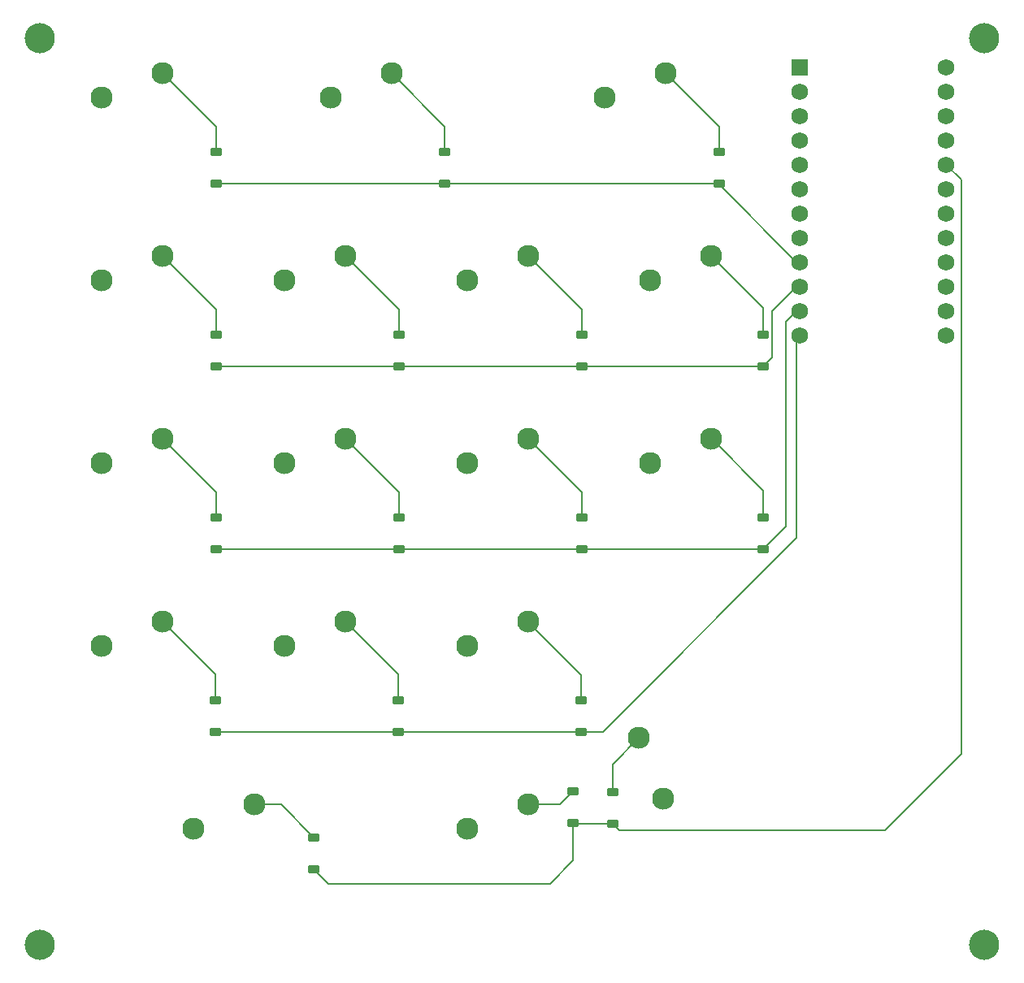
<source format=gbr>
%TF.GenerationSoftware,KiCad,Pcbnew,8.0.2*%
%TF.CreationDate,2024-06-01T15:04:53-05:00*%
%TF.ProjectId,KiCad Numpad,4b694361-6420-44e7-956d-7061642e6b69,rev?*%
%TF.SameCoordinates,Original*%
%TF.FileFunction,Copper,L2,Bot*%
%TF.FilePolarity,Positive*%
%FSLAX46Y46*%
G04 Gerber Fmt 4.6, Leading zero omitted, Abs format (unit mm)*
G04 Created by KiCad (PCBNEW 8.0.2) date 2024-06-01 15:04:53*
%MOMM*%
%LPD*%
G01*
G04 APERTURE LIST*
G04 Aperture macros list*
%AMRoundRect*
0 Rectangle with rounded corners*
0 $1 Rounding radius*
0 $2 $3 $4 $5 $6 $7 $8 $9 X,Y pos of 4 corners*
0 Add a 4 corners polygon primitive as box body*
4,1,4,$2,$3,$4,$5,$6,$7,$8,$9,$2,$3,0*
0 Add four circle primitives for the rounded corners*
1,1,$1+$1,$2,$3*
1,1,$1+$1,$4,$5*
1,1,$1+$1,$6,$7*
1,1,$1+$1,$8,$9*
0 Add four rect primitives between the rounded corners*
20,1,$1+$1,$2,$3,$4,$5,0*
20,1,$1+$1,$4,$5,$6,$7,0*
20,1,$1+$1,$6,$7,$8,$9,0*
20,1,$1+$1,$8,$9,$2,$3,0*%
G04 Aperture macros list end*
%TA.AperFunction,ComponentPad*%
%ADD10C,2.300000*%
%TD*%
%TA.AperFunction,WasherPad*%
%ADD11C,3.150000*%
%TD*%
%TA.AperFunction,ComponentPad*%
%ADD12R,1.752600X1.752600*%
%TD*%
%TA.AperFunction,ComponentPad*%
%ADD13C,1.752600*%
%TD*%
%TA.AperFunction,SMDPad,CuDef*%
%ADD14RoundRect,0.225000X0.375000X-0.225000X0.375000X0.225000X-0.375000X0.225000X-0.375000X-0.225000X0*%
%TD*%
%TA.AperFunction,Conductor*%
%ADD15C,0.200000*%
%TD*%
G04 APERTURE END LIST*
D10*
%TO.P,MX2,1,1*%
%TO.N,COL1*%
X124618750Y-76835000D03*
%TO.P,MX2,2,2*%
%TO.N,Net-(D2-A)*%
X130968750Y-74295000D03*
%TD*%
%TO.P,MX11,1,1*%
%TO.N,COL2*%
X138876250Y-114935000D03*
%TO.P,MX11,2,2*%
%TO.N,Net-(D11-A)*%
X145226250Y-112395000D03*
%TD*%
D11*
%TO.P,H1,*%
%TO.N,*%
X94297500Y-70643750D03*
%TD*%
D10*
%TO.P,MX6,1,1*%
%TO.N,COL1*%
X119850000Y-95885000D03*
%TO.P,MX6,2,2*%
%TO.N,Net-(D6-A)*%
X126200000Y-93345000D03*
%TD*%
%TO.P,MX10,1,1*%
%TO.N,COL1*%
X119850000Y-114935000D03*
%TO.P,MX10,2,2*%
%TO.N,Net-(D10-A)*%
X126200000Y-112395000D03*
%TD*%
%TO.P,MX3,1,1*%
%TO.N,COL3*%
X159300000Y-149922500D03*
%TO.P,MX3,2,2*%
%TO.N,Net-(D3-A)*%
X156760000Y-143572500D03*
%TD*%
%TO.P,MX16,1,1*%
%TO.N,COL2*%
X138906250Y-153035000D03*
%TO.P,MX16,2,2*%
%TO.N,Net-(D16-A)*%
X145256250Y-150495000D03*
%TD*%
D11*
%TO.P,H2,*%
%TO.N,*%
X192722500Y-70643750D03*
%TD*%
D10*
%TO.P,MX12,1,1*%
%TO.N,COL3*%
X157956250Y-95885000D03*
%TO.P,MX12,2,2*%
%TO.N,Net-(D12-A)*%
X164306250Y-93345000D03*
%TD*%
%TO.P,MX9,1,1*%
%TO.N,COL0*%
X100806250Y-114935000D03*
%TO.P,MX9,2,2*%
%TO.N,Net-(D9-A)*%
X107156250Y-112395000D03*
%TD*%
%TO.P,MX5,1,1*%
%TO.N,COL0*%
X100806250Y-95885000D03*
%TO.P,MX5,2,2*%
%TO.N,Net-(D5-A)*%
X107156250Y-93345000D03*
%TD*%
%TO.P,MX14,1,1*%
%TO.N,COL1*%
X119850000Y-133985000D03*
%TO.P,MX14,2,2*%
%TO.N,Net-(D14-A)*%
X126200000Y-131445000D03*
%TD*%
D11*
%TO.P,H3,*%
%TO.N,*%
X94297500Y-165100000D03*
%TD*%
D10*
%TO.P,MX8,1,1*%
%TO.N,COL3*%
X157956250Y-114935000D03*
%TO.P,MX8,2,2*%
%TO.N,Net-(D8-A)*%
X164306250Y-112395000D03*
%TD*%
D12*
%TO.P,U1,1,TX0/PD3*%
%TO.N,unconnected-(U1-TX0{slash}PD3-Pad1)*%
X173513750Y-73660000D03*
D13*
%TO.P,U1,2,RX1/PD2*%
%TO.N,unconnected-(U1-RX1{slash}PD2-Pad2)*%
X173513750Y-76200000D03*
%TO.P,U1,3,GND*%
%TO.N,unconnected-(U1-GND-Pad3)*%
X173513750Y-78740000D03*
%TO.P,U1,4,GND*%
%TO.N,unconnected-(U1-GND-Pad4)*%
X173513750Y-81280000D03*
%TO.P,U1,5,2/PD1*%
%TO.N,COL0*%
X173513750Y-83820000D03*
%TO.P,U1,6,3/PD0*%
%TO.N,COL1*%
X173513750Y-86360000D03*
%TO.P,U1,7,4/PD4*%
%TO.N,COL2*%
X173513750Y-88900000D03*
%TO.P,U1,8,5/PC6*%
%TO.N,COL3*%
X173513750Y-91440000D03*
%TO.P,U1,9,6/PD7*%
%TO.N,ROW0*%
X173513750Y-93980000D03*
%TO.P,U1,10,7/PE6*%
%TO.N,ROW1*%
X173513750Y-96520000D03*
%TO.P,U1,11,8/PB4*%
%TO.N,ROW2*%
X173513750Y-99060000D03*
%TO.P,U1,12,9/PB5*%
%TO.N,ROW3*%
X173513750Y-101600000D03*
%TO.P,U1,13,10/PB6*%
%TO.N,unconnected-(U1-10{slash}PB6-Pad13)*%
X188753750Y-101600000D03*
%TO.P,U1,14,16/PB2*%
%TO.N,unconnected-(U1-16{slash}PB2-Pad14)*%
X188753750Y-99060000D03*
%TO.P,U1,15,14/PB3*%
%TO.N,unconnected-(U1-14{slash}PB3-Pad15)*%
X188753750Y-96520000D03*
%TO.P,U1,16,15/PB1*%
%TO.N,unconnected-(U1-15{slash}PB1-Pad16)*%
X188753750Y-93980000D03*
%TO.P,U1,17,A0/PF7*%
%TO.N,unconnected-(U1-A0{slash}PF7-Pad17)*%
X188753750Y-91440000D03*
%TO.P,U1,18,A1/PF6*%
%TO.N,unconnected-(U1-A1{slash}PF6-Pad18)*%
X188753750Y-88900000D03*
%TO.P,U1,19,A2/PF5*%
%TO.N,unconnected-(U1-A2{slash}PF5-Pad19)*%
X188753750Y-86360000D03*
%TO.P,U1,20,A3/PF4*%
%TO.N,ROW4*%
X188753750Y-83820000D03*
%TO.P,U1,21,VCC*%
%TO.N,unconnected-(U1-VCC-Pad21)*%
X188753750Y-81280000D03*
%TO.P,U1,22,RST*%
%TO.N,unconnected-(U1-RST-Pad22)*%
X188753750Y-78740000D03*
%TO.P,U1,23,GND*%
%TO.N,unconnected-(U1-GND-Pad23)*%
X188753750Y-76200000D03*
%TO.P,U1,24,RAW*%
%TO.N,unconnected-(U1-RAW-Pad24)*%
X188753750Y-73660000D03*
%TD*%
D10*
%TO.P,MX7,1,1*%
%TO.N,COL2*%
X138876250Y-95885000D03*
%TO.P,MX7,2,2*%
%TO.N,Net-(D7-A)*%
X145226250Y-93345000D03*
%TD*%
%TO.P,MX13,1,1*%
%TO.N,COL0*%
X100800000Y-133985000D03*
%TO.P,MX13,2,2*%
%TO.N,Net-(D13-A)*%
X107150000Y-131445000D03*
%TD*%
D11*
%TO.P,H4,*%
%TO.N,*%
X192722500Y-165100000D03*
%TD*%
D10*
%TO.P,MX17,1,1*%
%TO.N,COL0*%
X110331250Y-153035000D03*
%TO.P,MX17,2,2*%
%TO.N,Net-(D17-A)*%
X116681250Y-150495000D03*
%TD*%
%TO.P,MX1,1,1*%
%TO.N,COL0*%
X100806250Y-76835000D03*
%TO.P,MX1,2,2*%
%TO.N,Net-(D1-A)*%
X107156250Y-74295000D03*
%TD*%
%TO.P,MX15,1,1*%
%TO.N,COL2*%
X138876250Y-133985000D03*
%TO.P,MX15,2,2*%
%TO.N,Net-(D15-A)*%
X145226250Y-131445000D03*
%TD*%
%TO.P,MX4,1,1*%
%TO.N,COL3*%
X153192500Y-76835000D03*
%TO.P,MX4,2,2*%
%TO.N,Net-(D4-A)*%
X159542500Y-74295000D03*
%TD*%
D14*
%TO.P,D8,1,K*%
%TO.N,ROW2*%
X169703750Y-123887500D03*
%TO.P,D8,2,A*%
%TO.N,Net-(D8-A)*%
X169703750Y-120587500D03*
%TD*%
%TO.P,D2,1,K*%
%TO.N,ROW0*%
X136525000Y-85787500D03*
%TO.P,D2,2,A*%
%TO.N,Net-(D2-A)*%
X136525000Y-82487500D03*
%TD*%
%TO.P,D17,1,K*%
%TO.N,ROW4*%
X122872500Y-157225000D03*
%TO.P,D17,2,A*%
%TO.N,Net-(D17-A)*%
X122872500Y-153925000D03*
%TD*%
%TO.P,D7,1,K*%
%TO.N,ROW1*%
X150812500Y-104837500D03*
%TO.P,D7,2,A*%
%TO.N,Net-(D7-A)*%
X150812500Y-101537500D03*
%TD*%
%TO.P,D15,1,K*%
%TO.N,ROW3*%
X150732500Y-142937500D03*
%TO.P,D15,2,A*%
%TO.N,Net-(D15-A)*%
X150732500Y-139637500D03*
%TD*%
%TO.P,D16,1,K*%
%TO.N,ROW4*%
X149860000Y-152462500D03*
%TO.P,D16,2,A*%
%TO.N,Net-(D16-A)*%
X149860000Y-149162500D03*
%TD*%
%TO.P,D10,1,K*%
%TO.N,ROW2*%
X131762500Y-123887500D03*
%TO.P,D10,2,A*%
%TO.N,Net-(D10-A)*%
X131762500Y-120587500D03*
%TD*%
%TO.P,D6,1,K*%
%TO.N,ROW1*%
X131762500Y-104837500D03*
%TO.P,D6,2,A*%
%TO.N,Net-(D6-A)*%
X131762500Y-101537500D03*
%TD*%
%TO.P,D12,1,K*%
%TO.N,ROW1*%
X169703750Y-104837500D03*
%TO.P,D12,2,A*%
%TO.N,Net-(D12-A)*%
X169703750Y-101537500D03*
%TD*%
%TO.P,D5,1,K*%
%TO.N,ROW1*%
X112712500Y-104837500D03*
%TO.P,D5,2,A*%
%TO.N,Net-(D5-A)*%
X112712500Y-101537500D03*
%TD*%
%TO.P,D9,1,K*%
%TO.N,ROW2*%
X112712500Y-123887500D03*
%TO.P,D9,2,A*%
%TO.N,Net-(D9-A)*%
X112712500Y-120587500D03*
%TD*%
%TO.P,D13,1,K*%
%TO.N,ROW3*%
X112632500Y-142937500D03*
%TO.P,D13,2,A*%
%TO.N,Net-(D13-A)*%
X112632500Y-139637500D03*
%TD*%
%TO.P,D14,1,K*%
%TO.N,ROW3*%
X131682500Y-142937500D03*
%TO.P,D14,2,A*%
%TO.N,Net-(D14-A)*%
X131682500Y-139637500D03*
%TD*%
%TO.P,D11,1,K*%
%TO.N,ROW2*%
X150812500Y-123887500D03*
%TO.P,D11,2,A*%
%TO.N,Net-(D11-A)*%
X150812500Y-120587500D03*
%TD*%
%TO.P,D3,1,K*%
%TO.N,ROW4*%
X153987500Y-152525000D03*
%TO.P,D3,2,A*%
%TO.N,Net-(D3-A)*%
X153987500Y-149225000D03*
%TD*%
%TO.P,D1,1,K*%
%TO.N,ROW0*%
X112712500Y-85787500D03*
%TO.P,D1,2,A*%
%TO.N,Net-(D1-A)*%
X112712500Y-82487500D03*
%TD*%
%TO.P,D4,1,K*%
%TO.N,ROW0*%
X165100000Y-85787500D03*
%TO.P,D4,2,A*%
%TO.N,Net-(D4-A)*%
X165100000Y-82487500D03*
%TD*%
D15*
%TO.N,Net-(D1-A)*%
X112712500Y-79851250D02*
X112712500Y-82487500D01*
X107156250Y-74295000D02*
X112712500Y-79851250D01*
%TO.N,Net-(D2-A)*%
X136525000Y-79851250D02*
X136525000Y-82487500D01*
X130968750Y-74295000D02*
X136525000Y-79851250D01*
%TO.N,Net-(D4-A)*%
X165100000Y-79912500D02*
X165100000Y-82487500D01*
X159482500Y-74295000D02*
X165100000Y-79912500D01*
%TO.N,Net-(D5-A)*%
X112712500Y-98901250D02*
X112712500Y-101537500D01*
X107156250Y-93345000D02*
X112712500Y-98901250D01*
%TO.N,Net-(D6-A)*%
X126206250Y-93345000D02*
X131762500Y-98901250D01*
X131762500Y-98901250D02*
X131762500Y-101537500D01*
%TO.N,Net-(D7-A)*%
X145256250Y-93345000D02*
X150812500Y-98901250D01*
X150812500Y-98901250D02*
X150812500Y-101537500D01*
%TO.N,Net-(D9-A)*%
X112712500Y-117951250D02*
X112712500Y-120587500D01*
X107156250Y-112395000D02*
X112712500Y-117951250D01*
%TO.N,Net-(D10-A)*%
X131762500Y-117951250D02*
X131762500Y-120587500D01*
X126206250Y-112395000D02*
X131762500Y-117951250D01*
%TO.N,Net-(D12-A)*%
X169703750Y-101537500D02*
X169703750Y-98742500D01*
X169703750Y-98742500D02*
X164306250Y-93345000D01*
%TO.N,Net-(D13-A)*%
X112632500Y-136927500D02*
X112632500Y-139637500D01*
X107150000Y-131445000D02*
X112632500Y-136927500D01*
%TO.N,Net-(D14-A)*%
X131682500Y-136927500D02*
X131682500Y-139637500D01*
X126200000Y-131445000D02*
X131682500Y-136927500D01*
%TO.N,Net-(D15-A)*%
X150732500Y-137011250D02*
X150732500Y-139637500D01*
X145166250Y-131445000D02*
X150732500Y-137011250D01*
%TO.N,Net-(D11-A)*%
X145256250Y-112395000D02*
X150812500Y-117951250D01*
X150812500Y-117951250D02*
X150812500Y-120587500D01*
%TO.N,Net-(D3-A)*%
X153987500Y-149225000D02*
X153987500Y-146345000D01*
X153987500Y-146345000D02*
X156760000Y-143572500D01*
%TO.N,Net-(D16-A)*%
X145256250Y-150495000D02*
X148527500Y-150495000D01*
X148527500Y-150495000D02*
X149860000Y-149162500D01*
%TO.N,ROW1*%
X150812500Y-104837500D02*
X169703750Y-104837500D01*
X170603750Y-99112500D02*
X170603750Y-103937500D01*
X170603750Y-103937500D02*
X169703750Y-104837500D01*
X173196250Y-96520000D02*
X170603750Y-99112500D01*
X112712500Y-104837500D02*
X150812500Y-104837500D01*
%TO.N,ROW4*%
X147478750Y-158750000D02*
X124397500Y-158750000D01*
X122872500Y-157225000D02*
X124397500Y-158750000D01*
X182403750Y-153193750D02*
X190341250Y-145256250D01*
X154656250Y-153193750D02*
X182403750Y-153193750D01*
X153987500Y-152525000D02*
X149922500Y-152525000D01*
X149860000Y-156368750D02*
X147478750Y-158750000D01*
X190341250Y-85407500D02*
X188753750Y-83820000D01*
X190341250Y-145256250D02*
X190341250Y-85407500D01*
X153987500Y-152525000D02*
X154656250Y-153193750D01*
X149922500Y-152525000D02*
X149860000Y-152462500D01*
X149860000Y-152462500D02*
X149860000Y-156368750D01*
%TO.N,ROW2*%
X172019950Y-100236300D02*
X173196250Y-99060000D01*
X131762500Y-123887500D02*
X112712500Y-123887500D01*
X169703750Y-123887500D02*
X172019950Y-121571300D01*
X172019950Y-121571300D02*
X172019950Y-100236300D01*
X169703750Y-123887500D02*
X131762500Y-123887500D01*
%TO.N,ROW3*%
X173196250Y-122713750D02*
X152972500Y-142937500D01*
X152892500Y-142937500D02*
X150732500Y-142937500D01*
X173196250Y-101600000D02*
X173196250Y-122713750D01*
X150732500Y-142937500D02*
X112632500Y-142937500D01*
%TO.N,Net-(D17-A)*%
X119442500Y-150495000D02*
X122872500Y-153925000D01*
X116681250Y-150495000D02*
X119442500Y-150495000D01*
%TO.N,Net-(D8-A)*%
X169703750Y-120587500D02*
X169703750Y-117775000D01*
X169703750Y-117775000D02*
X164323750Y-112395000D01*
%TO.N,ROW0*%
X165100000Y-85787500D02*
X165100000Y-85883750D01*
X112712500Y-85787500D02*
X165100000Y-85787500D01*
X165100000Y-85883750D02*
X173196250Y-93980000D01*
%TD*%
M02*

</source>
